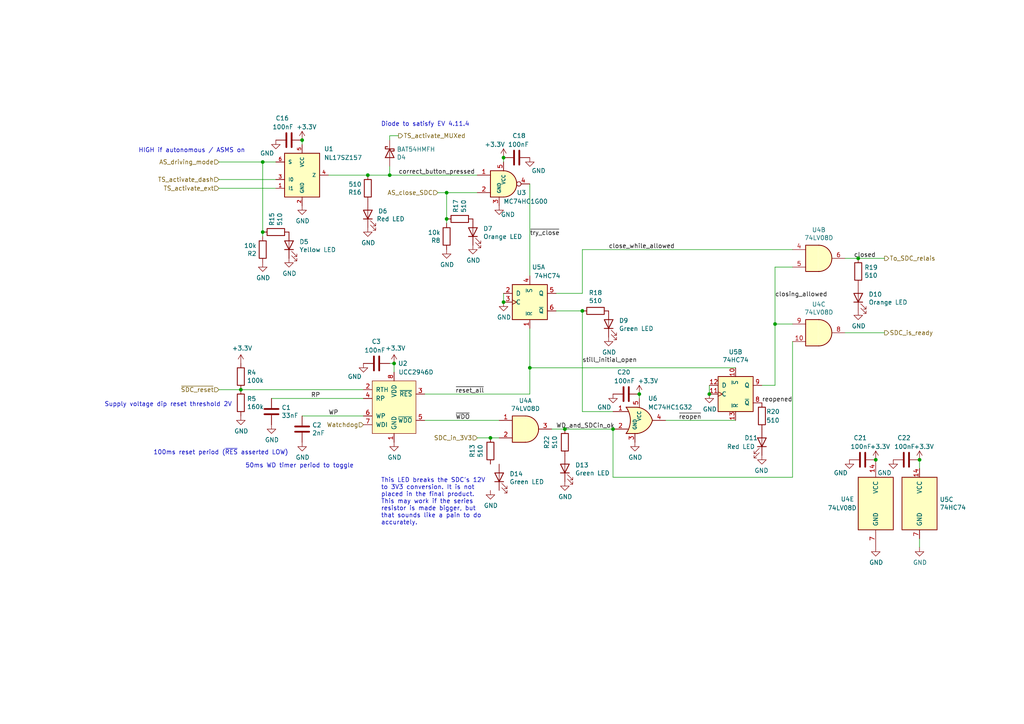
<source format=kicad_sch>
(kicad_sch (version 20211123) (generator eeschema)
  (paper "A4")
  (title_block (title "SDCL - Non-Programmable Logic") (date "2021-12-16") (rev "v1.0") (company "FaSTTUBe - Formula Student Team TU Berlin") (comment 1 "Car 113") (comment 2 "EBS Electronics") (comment 3 "Compliance for rule T 14.5.1 and T 14.5.2") (comment 4 "Hard-Wired logic for SDC relay latching and activation buttons"))
  (lib_symbols
    (symbol "74xx:74HC74" (pin_names (offset 1.016))
      (property "Reference" "U" (at -7.62 8.89 0))
      (property "Value" "74HC74" (at -7.62 -8.89 0))
      (symbol "74HC74_1_0"
        (pin input line (at 0 -7.62 90) (length 2.54) (name "~{R}") (number "1"))
        (pin input line (at -7.62 2.54 0) (length 2.54) (name "D") (number "2"))
        (pin input clock (at -7.62 0 0) (length 2.54) (name "C") (number "3"))
        (pin input line (at 0 7.62 270) (length 2.54) (name "~{S}") (number "4"))
        (pin output line (at 7.62 2.54 180) (length 2.54) (name "Q") (number "5"))
        (pin output line (at 7.62 -2.54 180) (length 2.54) (name "~{Q}") (number "6"))
      )
      (symbol "74HC74_1_1"
        (rectangle (start -5.08 5.08) (end 5.08 -5.08) (stroke (width 0.254)) (fill (type background)))
      )
      (symbol "74HC74_2_0"
        (pin input line (at 0 7.62 270) (length 2.54) (name "~{S}") (number "10"))
        (pin input clock (at -7.62 0 0) (length 2.54) (name "C") (number "11"))
        (pin input line (at -7.62 2.54 0) (length 2.54) (name "D") (number "12"))
        (pin input line (at 0 -7.62 90) (length 2.54) (name "~{R}") (number "13"))
        (pin output line (at 7.62 -2.54 180) (length 2.54) (name "~{Q}") (number "8"))
        (pin output line (at 7.62 2.54 180) (length 2.54) (name "Q") (number "9"))
      )
      (symbol "74HC74_2_1"
        (rectangle (start -5.08 5.08) (end 5.08 -5.08) (stroke (width 0.254)) (fill (type background)))
      )
      (symbol "74HC74_3_0"
        (pin power_in line (at 0 10.16 270) (length 2.54) (name "VCC") (number "14"))
        (pin power_in line (at 0 -10.16 90) (length 2.54) (name "GND") (number "7"))
      )
      (symbol "74HC74_3_1"
        (rectangle (start -5.08 7.62) (end 5.08 -7.62) (stroke (width 0.254)) (fill (type background)))
      )
    )
    (symbol "Custom:74LV08D" (pin_names (offset 1.016))
      (property "Reference" "U" (at 3.81 6.35 0))
      (property "Value" "74LV08D" (at 7.62 3.81 0))
      (symbol "74LV08D_1_1"
        (arc (start 0 -3.81) (mid 3.81 0) (end 0 3.81) (stroke (width 0.254)) (fill (type background)))
        (polyline (pts (xy 0 3.81) (xy -3.81 3.81) (xy -3.81 -3.81) (xy 0 -3.81)) (stroke (width 0.254)) (fill (type background)))
        (pin input line (at -7.62 2.54 0) (length 3.81) (name "~") (number "1"))
        (pin input line (at -7.62 -2.54 0) (length 3.81) (name "~") (number "2"))
        (pin output line (at 7.62 0 180) (length 3.81) (name "~") (number "3"))
      )
      (symbol "74LV08D_1_2"
        (arc (start -3.81 -3.81) (mid -2.589 0) (end -3.81 3.81) (stroke (width 0.254)))
        (arc (start -0.6096 -3.81) (mid 2.1842 -2.5851) (end 3.81 0) (stroke (width 0.254)) (fill (type background)))
        (polyline (pts (xy -3.81 -3.81) (xy -0.635 -3.81)) (stroke (width 0.254)) (fill (type background)))
        (polyline (pts (xy -3.81 3.81) (xy -0.635 3.81)) (stroke (width 0.254)) (fill (type background)))
        (polyline (pts (xy -0.635 3.81) (xy -3.81 3.81) (xy -3.81 3.81) (xy -3.556 3.4036) (xy -3.0226 2.2606) (xy -2.6924 1.0414) (xy -2.6162 -0.254) (xy -2.7686 -1.4986) (xy -3.175 -2.7178) (xy -3.81 -3.81) (xy -3.81 -3.81) (xy -0.635 -3.81)) (stroke (width -25.4)) (fill (type background)))
        (arc (start 3.81 0) (mid 2.1915 2.5936) (end -0.6096 3.81) (stroke (width 0.254)) (fill (type background)))
        (pin input inverted (at -7.62 2.54 0) (length 4.318) (name "~") (number "1"))
        (pin input inverted (at -7.62 -2.54 0) (length 4.318) (name "~") (number "2"))
        (pin output inverted (at 7.62 0 180) (length 3.81) (name "~") (number "3"))
      )
      (symbol "74LV08D_2_1"
        (arc (start 0 -3.81) (mid 3.81 0) (end 0 3.81) (stroke (width 0.254)) (fill (type background)))
        (polyline (pts (xy 0 3.81) (xy -3.81 3.81) (xy -3.81 -3.81) (xy 0 -3.81)) (stroke (width 0.254)) (fill (type background)))
        (pin input line (at -7.62 2.54 0) (length 3.81) (name "~") (number "4"))
        (pin input line (at -7.62 -2.54 0) (length 3.81) (name "~") (number "5"))
        (pin output line (at 7.62 0 180) (length 3.81) (name "~") (number "6"))
      )
      (symbol "74LV08D_2_2"
        (arc (start -3.81 -3.81) (mid -2.589 0) (end -3.81 3.81) (stroke (width 0.254)))
        (arc (start -0.6096 -3.81) (mid 2.1842 -2.5851) (end 3.81 0) (stroke (width 0.254)) (fill (type background)))
        (polyline (pts (xy -3.81 -3.81) (xy -0.635 -3.81)) (stroke (width 0.254)) (fill (type background)))
        (polyline (pts (xy -3.81 3.81) (xy -0.635 3.81)) (stroke (width 0.254)) (fill (type background)))
        (polyline (pts (xy -0.635 3.81) (xy -3.81 3.81) (xy -3.81 3.81) (xy -3.556 3.4036) (xy -3.0226 2.2606) (xy -2.6924 1.0414) (xy -2.6162 -0.254) (xy -2.7686 -1.4986) (xy -3.175 -2.7178) (xy -3.81 -3.81) (xy -3.81 -3.81) (xy -0.635 -3.81)) (stroke (width -25.4)) (fill (type background)))
        (arc (start 3.81 0) (mid 2.1915 2.5936) (end -0.6096 3.81) (stroke (width 0.254)) (fill (type background)))
        (pin input inverted (at -7.62 2.54 0) (length 4.318) (name "~") (number "4"))
        (pin input inverted (at -7.62 -2.54 0) (length 4.318) (name "~") (number "5"))
        (pin output inverted (at 7.62 0 180) (length 3.81) (name "~") (number "6"))
      )
      (symbol "74LV08D_3_1"
        (arc (start 0 -3.81) (mid 3.81 0) (end 0 3.81) (stroke (width 0.254)) (fill (type background)))
        (polyline (pts (xy 0 3.81) (xy -3.81 3.81) (xy -3.81 -3.81) (xy 0 -3.81)) (stroke (width 0.254)) (fill (type background)))
        (pin input line (at -7.62 -2.54 0) (length 3.81) (name "~") (number "10"))
        (pin output line (at 7.62 0 180) (length 3.81) (name "~") (number "8"))
        (pin input line (at -7.62 2.54 0) (length 3.81) (name "~") (number "9"))
      )
      (symbol "74LV08D_3_2"
        (arc (start -3.81 -3.81) (mid -2.589 0) (end -3.81 3.81) (stroke (width 0.254)))
        (arc (start -0.6096 -3.81) (mid 2.1842 -2.5851) (end 3.81 0) (stroke (width 0.254)) (fill (type background)))
        (polyline (pts (xy -3.81 -3.81) (xy -0.635 -3.81)) (stroke (width 0.254)) (fill (type background)))
        (polyline (pts (xy -3.81 3.81) (xy -0.635 3.81)) (stroke (width 0.254)) (fill (type background)))
        (polyline (pts (xy -0.635 3.81) (xy -3.81 3.81) (xy -3.81 3.81) (xy -3.556 3.4036) (xy -3.0226 2.2606) (xy -2.6924 1.0414) (xy -2.6162 -0.254) (xy -2.7686 -1.4986) (xy -3.175 -2.7178) (xy -3.81 -3.81) (xy -3.81 -3.81) (xy -0.635 -3.81)) (stroke (width -25.4)) (fill (type background)))
        (arc (start 3.81 0) (mid 2.1915 2.5936) (end -0.6096 3.81) (stroke (width 0.254)) (fill (type background)))
        (pin input inverted (at -7.62 -2.54 0) (length 4.318) (name "~") (number "10"))
        (pin output inverted (at 7.62 0 180) (length 3.81) (name "~") (number "8"))
        (pin input inverted (at -7.62 2.54 0) (length 4.318) (name "~") (number "9"))
      )
      (symbol "74LV08D_4_1"
        (arc (start 0 -3.81) (mid 3.81 0) (end 0 3.81) (stroke (width 0.254)) (fill (type background)))
        (polyline (pts (xy 0 3.81) (xy -3.81 3.81) (xy -3.81 -3.81) (xy 0 -3.81)) (stroke (width 0.254)) (fill (type background)))
        (pin output line (at 7.62 0 180) (length 3.81) (name "~") (number "11"))
        (pin input line (at -7.62 2.54 0) (length 3.81) (name "~") (number "12"))
        (pin input line (at -7.62 -2.54 0) (length 3.81) (name "~") (number "13"))
      )
      (symbol "74LV08D_4_2"
        (arc (start -3.81 -3.81) (mid -2.589 0) (end -3.81 3.81) (stroke (width 0.254)))
        (arc (start -0.6096 -3.81) (mid 2.1842 -2.5851) (end 3.81 0) (stroke (width 0.254)) (fill (type background)))
        (polyline (pts (xy -3.81 -3.81) (xy -0.635 -3.81)) (stroke (width 0.254)) (fill (type background)))
        (polyline (pts (xy -3.81 3.81) (xy -0.635 3.81)) (stroke (width 0.254)) (fill (type background)))
        (polyline (pts (xy -0.635 3.81) (xy -3.81 3.81) (xy -3.81 3.81) (xy -3.556 3.4036) (xy -3.0226 2.2606) (xy -2.6924 1.0414) (xy -2.6162 -0.254) (xy -2.7686 -1.4986) (xy -3.175 -2.7178) (xy -3.81 -3.81) (xy -3.81 -3.81) (xy -0.635 -3.81)) (stroke (width -25.4)) (fill (type background)))
        (arc (start 3.81 0) (mid 2.1915 2.5936) (end -0.6096 3.81) (stroke (width 0.254)) (fill (type background)))
        (pin output inverted (at 7.62 0 180) (length 3.81) (name "~") (number "11"))
        (pin input inverted (at -7.62 2.54 0) (length 4.318) (name "~") (number "12"))
        (pin input inverted (at -7.62 -2.54 0) (length 4.318) (name "~") (number "13"))
      )
      (symbol "74LV08D_5_0"
        (pin power_in line (at 0 12.7 270) (length 5.08) (name "VCC") (number "14"))
        (pin power_in line (at 0 -12.7 90) (length 5.08) (name "GND") (number "7"))
      )
      (symbol "74LV08D_5_1"
        (rectangle (start -5.08 7.62) (end 5.08 -7.62) (stroke (width 0.254)) (fill (type background)))
      )
    )
    (symbol "Custom:MC74HC1G00" (pin_names (offset 1.016))
      (property "Reference" "U" (at 1.27 7.62 0))
      (property "Value" "MC74HC1G00" (at 7.62 5.08 0))
      (symbol "MC74HC1G00_1_1"
        (arc (start 0 -3.81) (mid 3.81 0) (end 0 3.81) (stroke (width 0.254)) (fill (type background)))
        (polyline (pts (xy 0 3.81) (xy -3.81 3.81) (xy -3.81 -3.81) (xy 0 -3.81)) (stroke (width 0.254)) (fill (type background)))
        (pin input line (at -7.62 2.54 0) (length 3.81) (name "~") (number "1"))
        (pin input line (at -7.62 -2.54 0) (length 3.81) (name "~") (number "2"))
        (pin power_in line (at -1.27 -6.35 90) (length 2.54) (name "GND") (number "3"))
        (pin output inverted (at 7.62 0 180) (length 3.81) (name "~") (number "4"))
        (pin power_in line (at 0 6.35 270) (length 2.54) (name "VCC") (number "5"))
      )
      (symbol "MC74HC1G00_1_2"
        (arc (start -3.81 -3.81) (mid -2.589 0) (end -3.81 3.81) (stroke (width 0.254)))
        (arc (start -0.6096 -3.81) (mid 2.1842 -2.5851) (end 3.81 0) (stroke (width 0.254)) (fill (type background)))
        (polyline (pts (xy -3.81 -3.81) (xy -0.635 -3.81)) (stroke (width 0.254)) (fill (type background)))
        (polyline (pts (xy -3.81 3.81) (xy -0.635 3.81)) (stroke (width 0.254)) (fill (type background)))
        (polyline (pts (xy -0.635 3.81) (xy -3.81 3.81) (xy -3.81 3.81) (xy -3.556 3.4036) (xy -3.0226 2.2606) (xy -2.6924 1.0414) (xy -2.6162 -0.254) (xy -2.7686 -1.4986) (xy -3.175 -2.7178) (xy -3.81 -3.81) (xy -3.81 -3.81) (xy -0.635 -3.81)) (stroke (width -25.4)) (fill (type background)))
        (arc (start 3.81 0) (mid 2.1915 2.5936) (end -0.6096 3.81) (stroke (width 0.254)) (fill (type background)))
        (pin input inverted (at -7.62 2.54 0) (length 4.318) (name "~") (number "1"))
        (pin input inverted (at -7.62 -2.54 0) (length 4.318) (name "~") (number "2"))
        (pin output line (at 7.62 0 180) (length 3.81) (name "~") (number "3"))
      )
    )
    (symbol "Custom:MC74HC1G32" (pin_names (offset 1.016))
      (property "Reference" "U" (at 3.81 6.35 0))
      (property "Value" "MC74HC1G32" (at 8.89 3.81 0))
      (symbol "MC74HC1G32_1_1"
        (arc (start -3.81 -3.81) (mid -2.589 0) (end -3.81 3.81) (stroke (width 0.254)))
        (arc (start -0.6096 -3.81) (mid 2.1842 -2.5851) (end 3.81 0) (stroke (width 0.254)) (fill (type background)))
        (polyline (pts (xy -3.81 -3.81) (xy -0.635 -3.81)) (stroke (width 0.254)) (fill (type background)))
        (polyline (pts (xy -3.81 3.81) (xy -0.635 3.81)) (stroke (width 0.254)) (fill (type background)))
        (polyline (pts (xy -0.635 3.81) (xy -3.81 3.81) (xy -3.81 3.81) (xy -3.556 3.4036) (xy -3.0226 2.2606) (xy -2.6924 1.0414) (xy -2.6162 -0.254) (xy -2.7686 -1.4986) (xy -3.175 -2.7178) (xy -3.81 -3.81) (xy -3.81 -3.81) (xy -0.635 -3.81)) (stroke (width -25.4)) (fill (type background)))
        (arc (start 3.81 0) (mid 2.1915 2.5936) (end -0.6096 3.81) (stroke (width 0.254)) (fill (type background)))
        (pin input line (at -7.62 2.54 0) (length 4.318) (name "~") (number "1"))
        (pin input line (at -7.62 -2.54 0) (length 4.318) (name "~") (number "2"))
        (pin power_in line (at -1.27 -6.35 90) (length 2.54) (name "GND") (number "3"))
        (pin output line (at 7.62 0 180) (length 3.81) (name "~") (number "4"))
        (pin power_in line (at 0 6.35 270) (length 2.54) (name "VCC") (number "5"))
      )
      (symbol "MC74HC1G32_1_2"
        (arc (start 0 -3.81) (mid 3.81 0) (end 0 3.81) (stroke (width 0.254)) (fill (type background)))
        (polyline (pts (xy 0 3.81) (xy -3.81 3.81) (xy -3.81 -3.81) (xy 0 -3.81)) (stroke (width 0.254)) (fill (type background)))
        (pin input inverted (at -7.62 2.54 0) (length 3.81) (name "~") (number "1"))
        (pin input inverted (at -7.62 -2.54 0) (length 3.81) (name "~") (number "2"))
        (pin output inverted (at 7.62 0 180) (length 3.81) (name "~") (number "3"))
      )
    )
    (symbol "Custom:NL17SZ157" (pin_names (offset 1.016))
      (property "Reference" "U" (at 0 15.24 0))
      (property "Value" "NL17SZ157" (at 0 12.7 0))
      (symbol "NL17SZ157_1_1"
        (rectangle (start -5.08 6.35) (end 5.08 -6.35) (stroke (width 0.254)) (fill (type background)))
        (pin input line (at -7.62 -3.81 0) (length 2.54) (name "I1") (number "1"))
        (pin power_in line (at 0 -8.89 90) (length 2.54) (name "GND") (number "2"))
        (pin input line (at -7.62 -1.27 0) (length 2.54) (name "I0") (number "3"))
        (pin output line (at 7.62 0 180) (length 2.54) (name "Z") (number "4"))
        (pin power_in line (at 0 8.89 270) (length 2.54) (name "VCC") (number "5"))
        (pin input line (at -7.62 3.81 0) (length 2.54) (name "S") (number "6"))
      )
    )
    (symbol "Custom:UCC2946" (pin_names (offset 1.016))
      (property "Reference" "U" (at 0 15.24 0))
      (property "Value" "UCC2946" (at 0 12.7 0))
      (symbol "UCC2946_0_1"
        (rectangle (start -6.35 7.62) (end 6.35 -7.62) (fill (type background)))
      )
      (symbol "UCC2946_1_1"
        (pin power_in line (at 0 -10.16 90) (length 2.54) (name "GND") (number "1"))
        (pin input line (at -8.89 5.08 0) (length 2.54) (name "RTH") (number "2"))
        (pin input line (at 8.89 3.81 180) (length 2.54) (name "~{RES}") (number "3"))
        (pin input line (at -8.89 2.54 0) (length 2.54) (name "RP") (number "4"))
        (pin input line (at 8.89 -3.81 180) (length 2.54) (name "~{WDO}") (number "5"))
        (pin input line (at -8.89 -2.54 0) (length 2.54) (name "WP") (number "6"))
        (pin input line (at -8.89 -5.08 0) (length 2.54) (name "WDI") (number "7"))
        (pin power_in line (at 0 10.16 270) (length 2.54) (name "VDD") (number "8"))
      )
    )
    (symbol "Device:C" (pin_numbers hide) (pin_names (offset 0.254))
      (property "Reference" "C" (at 0.635 2.54 0))
      (property "Value" "C" (at 0.635 -2.54 0))
      (symbol "C_0_1"
        (polyline (pts (xy -2.032 -0.762) (xy 2.032 -0.762)) (stroke (width 0.508)))
        (polyline (pts (xy -2.032 0.762) (xy 2.032 0.762)) (stroke (width 0.508)))
      )
      (symbol "C_1_1"
        (pin passive line (at 0 3.81 270) (length 2.794) (name "~") (number "1"))
        (pin passive line (at 0 -3.81 90) (length 2.794) (name "~") (number "2"))
      )
    )
    (symbol "Device:D_Schottky" (pin_numbers hide) (pin_names (offset 1.016) hide)
      (property "Reference" "D" (at 0 2.54 0))
      (property "Value" "D_Schottky" (at 0 -2.54 0))
      (symbol "D_Schottky_0_1"
        (polyline (pts (xy 1.27 0) (xy -1.27 0)))
        (polyline (pts (xy 1.27 1.27) (xy 1.27 -1.27) (xy -1.27 0) (xy 1.27 1.27)) (stroke (width 0.254)))
        (polyline (pts (xy -1.905 0.635) (xy -1.905 1.27) (xy -1.27 1.27) (xy -1.27 -1.27) (xy -0.635 -1.27) (xy -0.635 -0.635)) (stroke (width 0.254)))
      )
      (symbol "D_Schottky_1_1"
        (pin passive line (at -3.81 0 0) (length 2.54) (name "K") (number "1"))
        (pin passive line (at 3.81 0 180) (length 2.54) (name "A") (number "2"))
      )
    )
    (symbol "Device:LED" (pin_numbers hide) (pin_names (offset 1.016) hide)
      (property "Reference" "D" (at 0 2.54 0))
      (property "Value" "LED" (at 0 -2.54 0))
      (symbol "LED_0_1"
        (polyline (pts (xy -1.27 -1.27) (xy -1.27 1.27)) (stroke (width 0.254)))
        (polyline (pts (xy -1.27 0) (xy 1.27 0)))
        (polyline (pts (xy 1.27 -1.27) (xy 1.27 1.27) (xy -1.27 0) (xy 1.27 -1.27)) (stroke (width 0.254)))
        (polyline (pts (xy -3.048 -0.762) (xy -4.572 -2.286) (xy -3.81 -2.286) (xy -4.572 -2.286) (xy -4.572 -1.524)))
        (polyline (pts (xy -1.778 -0.762) (xy -3.302 -2.286) (xy -2.54 -2.286) (xy -3.302 -2.286) (xy -3.302 -1.524)))
      )
      (symbol "LED_1_1"
        (pin passive line (at -3.81 0 0) (length 2.54) (name "K") (number "1"))
        (pin passive line (at 3.81 0 180) (length 2.54) (name "A") (number "2"))
      )
    )
    (symbol "Device:R" (pin_numbers hide) (pin_names (offset 0))
      (property "Reference" "R" (at 2.032 0 90))
      (property "Value" "R" (at 0 0 90))
      (symbol "R_0_1"
        (rectangle (start -1.016 -2.54) (end 1.016 2.54) (stroke (width 0.254)))
      )
      (symbol "R_1_1"
        (pin passive line (at 0 3.81 270) (length 1.27) (name "~") (number "1"))
        (pin passive line (at 0 -3.81 90) (length 1.27) (name "~") (number "2"))
      )
    )
    (symbol "power:+3.3V" (power) (pin_names (offset 0))
      (property "Value" "+3.3V" (at 0 3.556 0))
      (symbol "+3.3V_0_1"
        (polyline (pts (xy -0.762 1.27) (xy 0 2.54)))
        (polyline (pts (xy 0 0) (xy 0 2.54)))
        (polyline (pts (xy 0 2.54) (xy 0.762 1.27)))
      )
      (symbol "+3.3V_1_1"
        (pin power_in line (at 0 0 90) (length 0) hide (name "+3.3V") (number "1"))
      )
    )
    (symbol "power:GND" (power) (pin_names (offset 0))
      (property "Value" "GND" (at 0 -3.81 0))
      (symbol "GND_0_1"
        (polyline (pts (xy 0 0) (xy 0 -1.27) (xy 1.27 -1.27) (xy 0 -2.54) (xy -1.27 -1.27) (xy 0 -1.27)))
      )
      (symbol "GND_1_1"
        (pin power_in line (at 0 0 270) (length 0) hide (name "GND") (number "1"))
      )
    )
  )
  (junction (at 163.83 124.46))
  (junction (at 114.3 105.41))
  (junction (at 224.79 93.98))
  (junction (at 113.03 50.8))
  (junction (at 129.54 63.5))
  (junction (at 168.91 90.17))
  (junction (at 248.92 74.93))
  (junction (at 266.7 133.35))
  (junction (at 153.67 106.68))
  (junction (at 146.05 87.63))
  (junction (at 76.2 67.31))
  (junction (at 146.05 45.72))
  (junction (at 106.68 50.8))
  (junction (at 142.24 127))
  (junction (at 254 133.35))
  (junction (at 129.54 55.88))
  (junction (at 69.85 113.03))
  (junction (at 177.8 124.46))
  (junction (at 76.2 46.99))
  (junction (at 87.63 40.64))
  (junction (at 185.42 114.3))
  (junction (at 205.74 114.3))
  (wire (pts (xy 63.5 54.61) (xy 80.01 54.61)))
  (wire (pts (xy 153.67 106.68) (xy 153.67 114.3)))
  (wire (pts (xy 142.24 127) (xy 144.78 127)))
  (wire (pts (xy 245.11 96.52) (xy 256.54 96.52)))
  (wire (pts (xy 224.79 111.76) (xy 224.79 93.98)))
  (wire (pts (xy 161.29 85.09) (xy 168.91 85.09)))
  (wire (pts (xy 213.36 106.68) (xy 153.67 106.68)))
  (wire (pts (xy 113.03 50.8) (xy 138.43 50.8)))
  (wire (pts (xy 127 55.88) (xy 129.54 55.88)))
  (wire (pts (xy 113.03 39.37) (xy 115.57 39.37)))
  (wire (pts (xy 153.67 53.34) (xy 153.67 80.01)))
  (wire (pts (xy 87.63 40.64) (xy 87.63 41.91)))
  (wire (pts (xy 69.85 113.03) (xy 105.41 113.03)))
  (wire (pts (xy 138.43 127) (xy 142.24 127)))
  (wire (pts (xy 224.79 93.98) (xy 224.79 77.47)))
  (wire (pts (xy 123.19 114.3) (xy 153.67 114.3)))
  (wire (pts (xy 106.68 50.8) (xy 113.03 50.8)))
  (wire (pts (xy 63.5 46.99) (xy 76.2 46.99)))
  (wire (pts (xy 224.79 77.47) (xy 229.87 77.47)))
  (wire (pts (xy 129.54 55.88) (xy 138.43 55.88)))
  (wire (pts (xy 76.2 46.99) (xy 76.2 67.31)))
  (wire (pts (xy 168.91 90.17) (xy 161.29 90.17)))
  (wire (pts (xy 163.83 124.46) (xy 177.8 124.46)))
  (wire (pts (xy 95.25 50.8) (xy 106.68 50.8)))
  (wire (pts (xy 168.91 90.17) (xy 168.91 119.38)))
  (wire (pts (xy 63.5 113.03) (xy 69.85 113.03)))
  (wire (pts (xy 266.7 135.89) (xy 266.7 133.35)))
  (wire (pts (xy 78.74 115.57) (xy 105.41 115.57)))
  (wire (pts (xy 193.04 121.92) (xy 213.36 121.92)))
  (wire (pts (xy 113.03 105.41) (xy 114.3 105.41)))
  (wire (pts (xy 177.8 138.43) (xy 177.8 124.46)))
  (wire (pts (xy 114.3 105.41) (xy 114.3 107.95)))
  (wire (pts (xy 153.67 95.25) (xy 153.67 106.68)))
  (wire (pts (xy 168.91 72.39) (xy 168.91 85.09)))
  (wire (pts (xy 123.19 121.92) (xy 144.78 121.92)))
  (wire (pts (xy 129.54 63.5) (xy 129.54 64.77)))
  (wire (pts (xy 220.98 111.76) (xy 224.79 111.76)))
  (wire (pts (xy 266.7 158.75) (xy 266.7 156.21)))
  (wire (pts (xy 160.02 124.46) (xy 163.83 124.46)))
  (wire (pts (xy 248.92 74.93) (xy 256.54 74.93)))
  (wire (pts (xy 146.05 45.72) (xy 146.05 46.99)))
  (wire (pts (xy 76.2 67.31) (xy 76.2 68.58)))
  (wire (pts (xy 113.03 40.64) (xy 113.03 39.37)))
  (wire (pts (xy 63.5 52.07) (xy 80.01 52.07)))
  (wire (pts (xy 168.91 119.38) (xy 177.8 119.38)))
  (wire (pts (xy 205.74 111.76) (xy 205.74 114.3)))
  (wire (pts (xy 146.05 85.09) (xy 146.05 87.63)))
  (wire (pts (xy 129.54 55.88) (xy 129.54 63.5)))
  (wire (pts (xy 113.03 48.26) (xy 113.03 50.8)))
  (wire (pts (xy 229.87 93.98) (xy 224.79 93.98)))
  (wire (pts (xy 168.91 72.39) (xy 229.87 72.39)))
  (wire (pts (xy 185.42 114.3) (xy 185.42 115.57)))
  (wire (pts (xy 76.2 46.99) (xy 80.01 46.99)))
  (wire (pts (xy 245.11 74.93) (xy 248.92 74.93)))
  (wire (pts (xy 229.87 99.06) (xy 229.87 138.43)))
  (wire (pts (xy 229.87 138.43) (xy 177.8 138.43)))
  (wire (pts (xy 87.63 120.65) (xy 105.41 120.65)))
  (text "Supply voltage dip reset threshold 2V" (at 67.31 118.11 180) (effects (font (size 1.27 1.27)) (justify right bottom)))
  (text "100ms reset period (~{RES} asserted LOW)" (at 44.45 132.08 0) (effects (font (size 1.27 1.27)) (justify left bottom)))
  (text "50ms WD timer period to toggle" (at 71.12 135.89 0) (effects (font (size 1.27 1.27)) (justify left bottom)))
  (text "This LED breaks the SDC's 12V\nto 3V3 conversion. It is not\nplaced in the final product.\nThis may work if the series\nresistor is made bigger, but\nthat sounds like a pain to do\naccurately." (at 110.49 152.4 0) (effects (font (size 1.27 1.27)) (justify left bottom)))
  (text "HIGH if autonomous / ASMS on" (at 71.12 44.45 180) (effects (font (size 1.27 1.27)) (justify right bottom)))
  (text "Diode to satisfy EV 4.11.4" (at 110.49 36.83 0) (effects (font (size 1.27 1.27)) (justify left bottom)))
  (label "~{reopen}" (at 196.85 121.92 0))
  (label "reopened" (at 220.98 116.84 0))
  (label "correct_button_pressed" (at 115.57 50.8 0))
  (label "WP" (at 95.25 120.65 0))
  (label "WD_and_SDCin_ok" (at 161.29 124.46 0))
  (label "close_while_allowed" (at 176.53 72.39 0))
  (label "~{reset_all}" (at 132.08 114.3 0))
  (label "closing_allowed" (at 224.79 86.36 0))
  (label "~{WDO}" (at 132.08 121.92 0))
  (label "still_initial_open" (at 168.91 105.41 0))
  (label "closed" (at 247.65 74.93 0))
  (label "RP" (at 90.17 115.57 0))
  (label "~{try_close}" (at 153.67 68.58 0))
  (hierarchical_label "SDC_in_3V3" (shape input) (at 138.43 127 180))
  (hierarchical_label "TS_activate_dash" (shape input) (at 63.5 52.07 180))
  (hierarchical_label "~{SDC_reset}" (shape input) (at 63.5 113.03 180))
  (hierarchical_label "AS_close_SDC" (shape input) (at 127 55.88 180))
  (hierarchical_label "SDC_is_ready" (shape output) (at 256.54 96.52 0))
  (hierarchical_label "TS_activate_MUXed" (shape output) (at 115.57 39.37 0))
  (hierarchical_label "AS_driving_mode" (shape input) (at 63.5 46.99 180))
  (hierarchical_label "TS_activate_ext" (shape input) (at 63.5 54.61 180))
  (hierarchical_label "Watchdog" (shape input) (at 105.41 123.19 180))
  (hierarchical_label "To_SDC_relais" (shape output) (at 256.54 74.93 0))
  (symbol (lib_id "Device:C") (at 78.74 119.38 0) (unit 1)
    (property "Reference" "C1" (at 81.661 118.2116 0) (effects (justify left)))
    (property "Value" "33nF" (at 81.661 120.523 0) (effects (justify left)))
    (property "Footprint" "Capacitor_SMD:C_0603_1608Metric_Pad1.05x0.95mm_HandSolder" (effects hide))
  )
  (symbol (lib_id "Device:C") (at 87.63 124.46 0) (unit 1)
    (property "Reference" "C2" (at 90.551 123.2916 0) (effects (justify left)))
    (property "Value" "2nF" (at 90.551 125.603 0) (effects (justify left)))
    (property "Footprint" "Capacitor_SMD:C_0603_1608Metric_Pad1.05x0.95mm_HandSolder" (effects hide))
  )
  (symbol (lib_id "Custom:UCC2946") (at 114.3 118.11 0) (unit 1)
    (property "Reference" "U2" (at 116.84 105.41 0))
    (property "Value" "UCC2946D" (at 120.65 107.95 0))
    (property "Footprint" "Package_SO:SOIC-8_3.9x4.9mm_P1.27mm" (effects hide))
    (property "Datasheet" "https://www.ti.com/lit/ds/symlink/ucc2946.pdf" (effects hide))
  )
  (symbol (lib_id "Device:C") (at 109.22 105.41 90) (unit 1)
    (property "Reference" "C3" (at 110.49 99.06 90) (effects (justify left)))
    (property "Value" "100nF" (at 111.76 101.6 90) (effects (justify left)))
    (property "Footprint" "Capacitor_SMD:C_0603_1608Metric_Pad1.05x0.95mm_HandSolder" (effects hide))
  )
  (symbol (lib_id "Device:R") (at 69.85 116.84 0) (unit 1)
    (property "Reference" "R5" (at 71.628 115.6716 0) (effects (justify left)))
    (property "Value" "160k" (at 71.628 117.983 0) (effects (justify left)))
    (property "Footprint" "Resistor_SMD:R_0603_1608Metric_Pad1.05x0.95mm_HandSolder" (effects hide))
  )
  (symbol (lib_id "Device:R") (at 69.85 109.22 0) (unit 1)
    (property "Reference" "R4" (at 71.628 108.0516 0) (effects (justify left)))
    (property "Value" "100k" (at 71.628 110.363 0) (effects (justify left)))
    (property "Footprint" "Resistor_SMD:R_0603_1608Metric_Pad1.05x0.95mm_HandSolder" (effects hide))
  )
  (symbol (lib_id "Device:R") (at 76.2 72.39 180) (unit 1)
    (property "Reference" "R2" (at 74.422 73.5584 0) (effects (justify left)))
    (property "Value" "10k" (at 74.422 71.247 0) (effects (justify left)))
    (property "Footprint" "Resistor_SMD:R_0603_1608Metric_Pad1.05x0.95mm_HandSolder" (effects hide))
  )
  (symbol (lib_id "power:GND") (at 76.2 76.2 0) (unit 1)
    (property "Reference" "#PWR0109" (effects hide))
    (property "Value" "GND" (at 76.327 80.5942 0))
  )
  (symbol (lib_id "Device:R") (at 129.54 68.58 180) (unit 1)
    (property "Reference" "R8" (at 127.762 69.7484 0) (effects (justify left)))
    (property "Value" "10k" (at 127.762 67.437 0) (effects (justify left)))
    (property "Footprint" "Resistor_SMD:R_0603_1608Metric_Pad1.05x0.95mm_HandSolder" (effects hide))
  )
  (symbol (lib_id "Custom:MC74HC1G00") (at 146.05 53.34 0) (unit 1)
    (property "Reference" "U3" (at 149.86 55.88 0) (effects (justify left)))
    (property "Value" "MC74HC1G00" (at 146.05 58.42 0) (effects (justify left)))
    (property "Footprint" "Custom:SC-74A-5_1.5x2.9mm_P0.95mm" (effects hide))
    (property "Datasheet" "http://www.ti.com/lit/gpn/sn74ls00" (effects hide))
  )
  (symbol (lib_id "power:GND") (at 144.78 59.69 0) (unit 1)
    (property "Reference" "#PWR0122" (effects hide))
    (property "Value" "GND" (at 147.32 62.23 0))
  )
  (symbol (lib_id "power:GND") (at 129.54 72.39 0) (unit 1)
    (property "Reference" "#PWR0111" (effects hide))
    (property "Value" "GND" (at 129.667 76.7842 0))
  )
  (symbol (lib_id "Custom:MC74HC1G32") (at 185.42 121.92 0) (unit 1)
    (property "Reference" "U6" (at 187.96 115.57 0) (effects (justify left)))
    (property "Value" "MC74HC1G32" (at 187.96 118.11 0) (effects (justify left)))
    (property "Footprint" "Custom:SC-74A-5_1.5x2.9mm_P0.95mm" (effects hide))
    (property "Datasheet" "https://www.mouser.de/datasheet/2/308/1/MC74HC1G32_D-2315545.pdf" (effects hide))
  )
  (symbol (lib_id "power:GND") (at 184.15 128.27 0) (unit 1)
    (property "Reference" "#PWR0124" (effects hide))
    (property "Value" "GND" (at 184.277 132.6642 0))
  )
  (symbol (lib_id "power:+3.3V") (at 185.42 114.3 0) (unit 1)
    (property "Reference" "#PWR0125" (effects hide))
    (property "Value" "+3.3V" (at 187.96 110.49 0))
  )
  (symbol (lib_id "power:GND") (at 105.41 105.41 0) (unit 1)
    (property "Reference" "#PWR0112" (effects hide))
    (property "Value" "GND" (at 102.87 109.22 0))
  )
  (symbol (lib_id "Custom:74LV08D") (at 152.4 124.46 0) (unit 1)
    (property "Reference" "U4" (at 152.4 116.205 0))
    (property "Value" "74LV08D" (at 152.4 118.5164 0))
    (property "Footprint" "Package_SO:SOIC-14_3.9x8.7mm_P1.27mm" (effects hide))
    (property "Datasheet" "https://www.mouser.de/datasheet/2/916/74LV08-1388983.pdf" (effects hide))
  )
  (symbol (lib_id "power:GND") (at 87.63 128.27 0) (unit 1)
    (property "Reference" "#PWR0113" (effects hide))
    (property "Value" "GND" (at 87.757 132.6642 0))
  )
  (symbol (lib_id "Custom:74LV08D") (at 237.49 74.93 0) (unit 2)
    (property "Reference" "U4" (at 237.49 66.675 0))
    (property "Value" "74LV08D" (at 237.49 68.9864 0))
    (property "Footprint" "Package_SO:SOIC-14_3.9x8.7mm_P1.27mm" (effects hide))
    (property "Datasheet" "https://www.mouser.de/datasheet/2/916/74LV08-1388983.pdf" (effects hide))
  )
  (symbol (lib_id "Custom:74LV08D") (at 237.49 96.52 0) (unit 3)
    (property "Reference" "U4" (at 237.49 88.265 0))
    (property "Value" "74LV08D" (at 237.49 90.5764 0))
    (property "Footprint" "Package_SO:SOIC-14_3.9x8.7mm_P1.27mm" (effects hide))
    (property "Datasheet" "https://www.mouser.de/datasheet/2/916/74LV08-1388983.pdf" (effects hide))
  )
  (symbol (lib_id "power:GND") (at 146.05 87.63 0) (unit 1)
    (property "Reference" "#PWR0115" (effects hide))
    (property "Value" "GND" (at 146.177 92.0242 0))
  )
  (symbol (lib_id "Custom:74LV08D") (at 254 146.05 0) (unit 5)
    (property "Reference" "U4" (at 243.84 144.78 0) (effects (justify left)))
    (property "Value" "74LV08D" (at 240.03 147.32 0) (effects (justify left)))
    (property "Footprint" "Package_SO:SOIC-14_3.9x8.7mm_P1.27mm" (effects hide))
    (property "Datasheet" "https://www.mouser.de/datasheet/2/916/74LV08-1388983.pdf" (effects hide))
  )
  (symbol (lib_id "power:GND") (at 205.74 114.3 0) (unit 1)
    (property "Reference" "#PWR0118" (effects hide))
    (property "Value" "GND" (at 205.867 118.6942 0))
  )
  (symbol (lib_id "power:+3.3V") (at 254 133.35 0) (unit 1)
    (property "Reference" "#PWR0126" (effects hide))
    (property "Value" "+3.3V" (at 255.27 129.54 0))
  )
  (symbol (lib_id "power:GND") (at 254 158.75 0) (unit 1)
    (property "Reference" "#PWR0127" (effects hide))
    (property "Value" "GND" (at 254.127 163.1442 0))
  )
  (symbol (lib_id "power:+3.3V") (at 114.3 105.41 0) (unit 1)
    (property "Reference" "#PWR0128" (effects hide))
    (property "Value" "+3.3V" (at 114.681 101.0158 0))
  )
  (symbol (lib_id "power:+3.3V") (at 69.85 105.41 0) (unit 1)
    (property "Reference" "#PWR0129" (effects hide))
    (property "Value" "+3.3V" (at 70.231 101.0158 0))
  )
  (symbol (lib_id "Device:D_Schottky") (at 113.03 44.45 90) (mirror x) (unit 1)
    (property "Reference" "D4" (at 115.062 45.6184 90) (effects (justify right)))
    (property "Value" "BAT54HMFH" (at 115.062 43.307 90) (effects (justify right)))
    (property "Footprint" "Diode_SMD:D_SOT-23_ANK" (effects hide))
  )
  (symbol (lib_id "power:GND") (at 69.85 120.65 0) (unit 1)
    (property "Reference" "#PWR0130" (effects hide))
    (property "Value" "GND" (at 69.977 125.0442 0))
  )
  (symbol (lib_id "power:GND") (at 78.74 123.19 0) (unit 1)
    (property "Reference" "#PWR0131" (effects hide))
    (property "Value" "GND" (at 78.867 127.5842 0))
  )
  (symbol (lib_id "Custom:NL17SZ157") (at 87.63 50.8 0) (unit 1)
    (property "Reference" "U1" (at 93.98 43.18 0) (effects (justify left)))
    (property "Value" "NL17SZ157" (at 93.98 45.72 0) (effects (justify left)))
    (property "Footprint" "Custom:SC-74-6_1.5x2.9mm_P0.95mm" (effects hide))
    (property "Datasheet" "https://www.mouser.de/datasheet/2/308/1/NL17SZ157_D-2318109.pdf" (effects hide))
  )
  (symbol (lib_id "power:GND") (at 114.3 128.27 0) (unit 1)
    (property "Reference" "#PWR0132" (effects hide))
    (property "Value" "GND" (at 114.427 132.6642 0))
  )
  (symbol (lib_id "power:GND") (at 87.63 59.69 0) (unit 1)
    (property "Reference" "#PWR0116" (effects hide))
    (property "Value" "GND" (at 87.757 64.0842 0))
  )
  (symbol (lib_id "Device:LED") (at 248.92 86.36 90) (unit 1)
    (property "Reference" "D10" (at 251.9172 85.3694 90) (effects (justify right)))
    (property "Value" "Orange LED" (at 251.9172 87.6808 90) (effects (justify right)))
    (property "Footprint" "Diode_SMD:D_0603_1608Metric_Pad1.05x0.95mm_HandSolder" (effects hide))
  )
  (symbol (lib_id "Device:R") (at 248.92 78.74 0) (unit 1)
    (property "Reference" "R19" (at 250.698 77.5716 0) (effects (justify left)))
    (property "Value" "510" (at 250.698 79.883 0) (effects (justify left)))
    (property "Footprint" "Resistor_SMD:R_0603_1608Metric_Pad1.05x0.95mm_HandSolder" (effects hide))
  )
  (symbol (lib_id "power:GND") (at 248.92 90.17 0) (unit 1)
    (property "Reference" "#PWR0155" (effects hide))
    (property "Value" "GND" (at 249.047 94.5642 0))
  )
  (symbol (lib_id "Device:LED") (at 163.83 135.89 90) (unit 1)
    (property "Reference" "D13" (at 166.8272 134.8994 90) (effects (justify right)))
    (property "Value" "Green LED" (at 166.8272 137.2108 90) (effects (justify right)))
    (property "Footprint" "Diode_SMD:D_0603_1608Metric_Pad1.05x0.95mm_HandSolder" (effects hide))
  )
  (symbol (lib_id "Device:R") (at 163.83 128.27 180) (unit 1)
    (property "Reference" "R22" (at 158.5722 128.27 90))
    (property "Value" "510" (at 160.8836 128.27 90))
    (property "Footprint" "Resistor_SMD:R_0603_1608Metric_Pad1.05x0.95mm_HandSolder" (effects hide))
  )
  (symbol (lib_id "power:GND") (at 163.83 139.7 0) (unit 1)
    (property "Reference" "#PWR0163" (effects hide))
    (property "Value" "GND" (at 163.957 144.0942 0))
  )
  (symbol (lib_id "74xx:74HC74") (at 153.67 87.63 0) (unit 1)
    (property "Reference" "U5" (at 156.21 77.47 0))
    (property "Value" "74HC74" (at 158.75 80.01 0))
    (property "Footprint" "Package_SO:SOIC-14_3.9x8.7mm_P1.27mm" (effects hide))
    (property "Datasheet" "https://www.mouser.de/datasheet/2/916/74HC_HCT74-1319854.pdf" (effects hide))
  )
  (symbol (lib_id "Device:LED") (at 220.98 128.27 270) (mirror x) (unit 1)
    (property "Reference" "D11" (at 215.9 127 90) (effects (justify left)))
    (property "Value" "Red LED" (at 210.82 129.54 90) (effects (justify left)))
    (property "Footprint" "Diode_SMD:D_0603_1608Metric_Pad1.05x0.95mm_HandSolder" (effects hide))
  )
  (symbol (lib_id "Device:R") (at 220.98 120.65 0) (mirror y) (unit 1)
    (property "Reference" "R20" (at 222.25 119.38 0) (effects (justify right)))
    (property "Value" "510" (at 222.25 121.92 0) (effects (justify right)))
    (property "Footprint" "Resistor_SMD:R_0603_1608Metric_Pad1.05x0.95mm_HandSolder" (effects hide))
  )
  (symbol (lib_id "power:GND") (at 220.98 132.08 0) (mirror y) (unit 1)
    (property "Reference" "#PWR0157" (effects hide))
    (property "Value" "GND" (at 220.853 136.4742 0))
  )
  (symbol (lib_id "74xx:74HC74") (at 213.36 114.3 0) (unit 2)
    (property "Reference" "U5" (at 213.36 102.0826 0))
    (property "Value" "74HC74" (at 213.36 104.394 0))
    (property "Footprint" "Package_SO:SOIC-14_3.9x8.7mm_P1.27mm" (effects hide))
    (property "Datasheet" "https://www.mouser.de/datasheet/2/916/74HC_HCT74-1319854.pdf" (effects hide))
  )
  (symbol (lib_id "74xx:74HC74") (at 266.7 146.05 0) (unit 3)
    (property "Reference" "U5" (at 272.542 144.8816 0) (effects (justify left)))
    (property "Value" "74HC74" (at 272.542 147.193 0) (effects (justify left)))
    (property "Footprint" "Package_SO:SOIC-14_3.9x8.7mm_P1.27mm" (effects hide))
    (property "Datasheet" "https://www.mouser.de/datasheet/2/916/74HC_HCT74-1319854.pdf" (effects hide))
  )
  (symbol (lib_id "Device:C") (at 250.19 133.35 90) (unit 1)
    (property "Reference" "C21" (at 251.46 127 90) (effects (justify left)))
    (property "Value" "100nF" (at 252.73 129.54 90) (effects (justify left)))
    (property "Footprint" "Capacitor_SMD:C_0603_1608Metric_Pad1.05x0.95mm_HandSolder" (effects hide))
  )
  (symbol (lib_id "power:GND") (at 246.38 133.35 0) (unit 1)
    (property "Reference" "#PWR0117" (effects hide))
    (property "Value" "GND" (at 243.84 137.16 0))
  )
  (symbol (lib_id "Device:LED") (at 176.53 93.98 90) (unit 1)
    (property "Reference" "D9" (at 179.5272 92.9894 90) (effects (justify right)))
    (property "Value" "Green LED" (at 179.5272 95.3008 90) (effects (justify right)))
    (property "Footprint" "Diode_SMD:D_0603_1608Metric_Pad1.05x0.95mm_HandSolder" (effects hide))
  )
  (symbol (lib_id "Device:R") (at 172.72 90.17 90) (unit 1)
    (property "Reference" "R18" (at 172.72 84.9122 90))
    (property "Value" "510" (at 172.72 87.2236 90))
    (property "Footprint" "Resistor_SMD:R_0603_1608Metric_Pad1.05x0.95mm_HandSolder" (effects hide))
  )
  (symbol (lib_id "power:GND") (at 176.53 97.79 0) (unit 1)
    (property "Reference" "#PWR0158" (effects hide))
    (property "Value" "GND" (at 176.657 102.1842 0))
  )
  (symbol (lib_id "Device:C") (at 262.89 133.35 90) (unit 1)
    (property "Reference" "C22" (at 264.16 127 90) (effects (justify left)))
    (property "Value" "100nF" (at 265.43 129.54 90) (effects (justify left)))
    (property "Footprint" "Capacitor_SMD:C_0603_1608Metric_Pad1.05x0.95mm_HandSolder" (effects hide))
  )
  (symbol (lib_id "power:GND") (at 259.08 133.35 0) (unit 1)
    (property "Reference" "#PWR0123" (effects hide))
    (property "Value" "GND" (at 256.54 137.16 0))
  )
  (symbol (lib_id "power:GND") (at 266.7 158.75 0) (unit 1)
    (property "Reference" "#PWR0119" (effects hide))
    (property "Value" "GND" (at 266.827 163.1442 0))
  )
  (symbol (lib_id "power:+3.3V") (at 266.7 133.35 0) (unit 1)
    (property "Reference" "#PWR0120" (effects hide))
    (property "Value" "+3.3V" (at 267.97 129.54 0))
  )
  (symbol (lib_id "Device:C") (at 181.61 114.3 90) (unit 1)
    (property "Reference" "C20" (at 182.88 107.95 90) (effects (justify left)))
    (property "Value" "100nF" (at 184.15 110.49 90) (effects (justify left)))
    (property "Footprint" "Capacitor_SMD:C_0603_1608Metric_Pad1.05x0.95mm_HandSolder" (effects hide))
  )
  (symbol (lib_id "power:GND") (at 177.8 114.3 0) (unit 1)
    (property "Reference" "#PWR0150" (effects hide))
    (property "Value" "GND" (at 175.26 118.11 0))
  )
  (symbol (lib_id "power:+3.3V") (at 146.05 45.72 0) (mirror y) (unit 1)
    (property "Reference" "#PWR0151" (effects hide))
    (property "Value" "+3.3V" (at 143.51 41.91 0))
  )
  (symbol (lib_id "Device:C") (at 149.86 45.72 270) (mirror x) (unit 1)
    (property "Reference" "C18" (at 148.59 39.37 90) (effects (justify left)))
    (property "Value" "100nF" (at 147.32 41.91 90) (effects (justify left)))
    (property "Footprint" "Capacitor_SMD:C_0603_1608Metric_Pad1.05x0.95mm_HandSolder" (effects hide))
  )
  (symbol (lib_id "power:GND") (at 153.67 45.72 0) (mirror y) (unit 1)
    (property "Reference" "#PWR0152" (effects hide))
    (property "Value" "GND" (at 156.21 49.53 0))
  )
  (symbol (lib_id "power:+3.3V") (at 87.63 40.64 0) (unit 1)
    (property "Reference" "#PWR0153" (effects hide))
    (property "Value" "+3.3V" (at 88.9 36.83 0))
  )
  (symbol (lib_id "Device:C") (at 83.82 40.64 90) (unit 1)
    (property "Reference" "C16" (at 83.82 34.29 90) (effects (justify left)))
    (property "Value" "100nF" (at 85.09 36.83 90) (effects (justify left)))
    (property "Footprint" "Capacitor_SMD:C_0603_1608Metric_Pad1.05x0.95mm_HandSolder" (effects hide))
  )
  (symbol (lib_id "power:GND") (at 80.01 40.64 0) (unit 1)
    (property "Reference" "#PWR0154" (effects hide))
    (property "Value" "GND" (at 77.47 44.45 0))
  )
  (symbol (lib_id "Device:LED") (at 83.82 71.12 90) (unit 1)
    (property "Reference" "D5" (at 86.8172 70.1294 90) (effects (justify right)))
    (property "Value" "Yellow LED" (at 86.8172 72.4408 90) (effects (justify right)))
    (property "Footprint" "Diode_SMD:D_0603_1608Metric_Pad1.05x0.95mm_HandSolder" (effects hide))
  )
  (symbol (lib_id "Device:R") (at 80.01 67.31 90) (unit 1)
    (property "Reference" "R15" (at 78.8416 65.532 0) (effects (justify left)))
    (property "Value" "510" (at 81.153 65.532 0) (effects (justify left)))
    (property "Footprint" "Resistor_SMD:R_0603_1608Metric_Pad1.05x0.95mm_HandSolder" (effects hide))
  )
  (symbol (lib_id "power:GND") (at 83.82 74.93 0) (unit 1)
    (property "Reference" "#PWR0159" (effects hide))
    (property "Value" "GND" (at 83.947 79.3242 0))
  )
  (symbol (lib_id "Device:LED") (at 137.16 67.31 90) (unit 1)
    (property "Reference" "D7" (at 140.1572 66.3194 90) (effects (justify right)))
    (property "Value" "Orange LED" (at 140.1572 68.6308 90) (effects (justify right)))
    (property "Footprint" "Diode_SMD:D_0603_1608Metric_Pad1.05x0.95mm_HandSolder" (effects hide))
  )
  (symbol (lib_id "Device:R") (at 133.35 63.5 90) (unit 1)
    (property "Reference" "R17" (at 132.1816 61.722 0) (effects (justify left)))
    (property "Value" "510" (at 134.493 61.722 0) (effects (justify left)))
    (property "Footprint" "Resistor_SMD:R_0603_1608Metric_Pad1.05x0.95mm_HandSolder" (effects hide))
  )
  (symbol (lib_id "power:GND") (at 137.16 71.12 0) (unit 1)
    (property "Reference" "#PWR0160" (effects hide))
    (property "Value" "GND" (at 137.287 75.5142 0))
  )
  (symbol (lib_id "Device:LED") (at 106.68 62.23 90) (unit 1)
    (property "Reference" "D6" (at 109.6772 61.2394 90) (effects (justify right)))
    (property "Value" "Red LED" (at 109.22 63.5 90) (effects (justify right)))
    (property "Footprint" "Diode_SMD:D_0603_1608Metric_Pad1.05x0.95mm_HandSolder" (effects hide))
  )
  (symbol (lib_id "Device:R") (at 106.68 54.61 180) (unit 1)
    (property "Reference" "R16" (at 104.902 55.7784 0) (effects (justify left)))
    (property "Value" "510" (at 104.902 53.467 0) (effects (justify left)))
    (property "Footprint" "Resistor_SMD:R_0603_1608Metric_Pad1.05x0.95mm_HandSolder" (effects hide))
  )
  (symbol (lib_id "power:GND") (at 106.68 66.04 0) (unit 1)
    (property "Reference" "#PWR0161" (effects hide))
    (property "Value" "GND" (at 106.807 70.4342 0))
  )
  (symbol (lib_id "Device:LED") (at 144.78 138.43 90) (unit 1)
    (property "Reference" "D14" (at 147.7772 137.4394 90) (effects (justify right)))
    (property "Value" "Green LED" (at 147.7772 139.7508 90) (effects (justify right)))
    (property "Footprint" "Diode_SMD:D_0603_1608Metric_Pad1.05x0.95mm_HandSolder" (effects hide))
  )
  (symbol (lib_id "power:GND") (at 142.24 142.24 0) (unit 1)
    (property "Reference" "#PWR0166" (effects hide))
    (property "Value" "GND" (at 142.367 146.6342 0))
  )
  (symbol (lib_id "Device:R") (at 142.24 130.81 180) (unit 1)
    (property "Reference" "R13" (at 136.9822 130.81 90))
    (property "Value" "510" (at 139.2936 130.81 90))
    (property "Footprint" "Resistor_SMD:R_0603_1608Metric_Pad1.05x0.95mm_HandSolder" (effects hide))
  )
)
</source>
